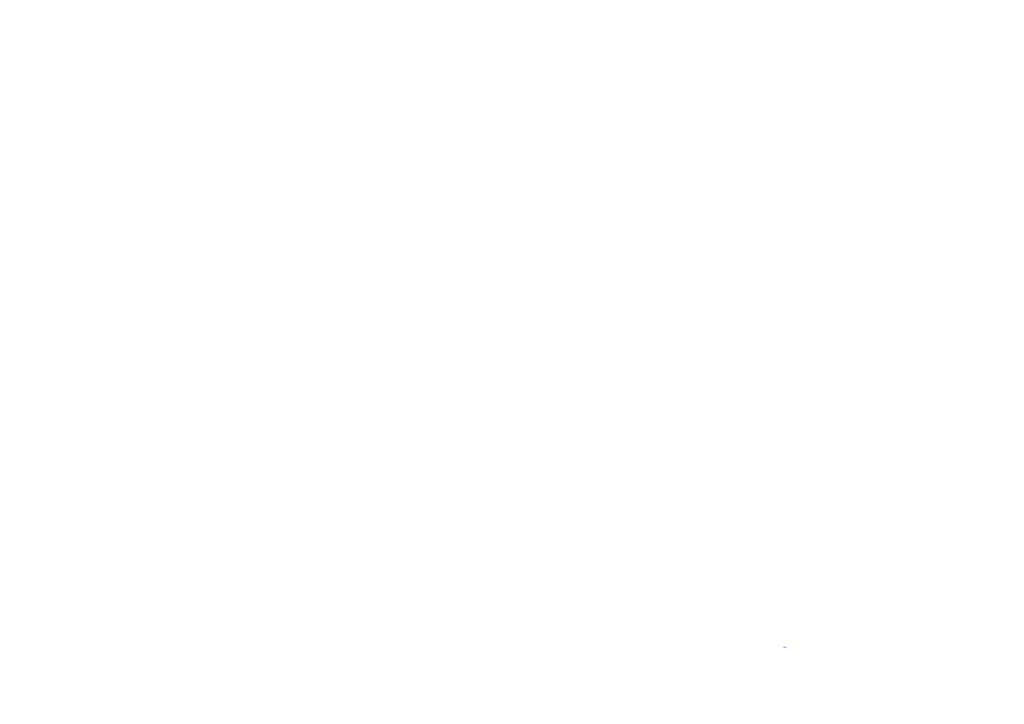
<source format=kicad_sch>
(kicad_sch (version 20230121) (generator eeschema)

  (uuid 8f156640-b8b4-485c-8ff9-c76211384978)

  (paper "A3")

  (lib_symbols
  )


  (polyline (pts (xy 322.58 265.43) (xy 321.31 265.43))
    (stroke (width 0) (type default))
    (uuid 7370243d-c14e-45f5-8f83-350e5af33962)
  )
)

</source>
